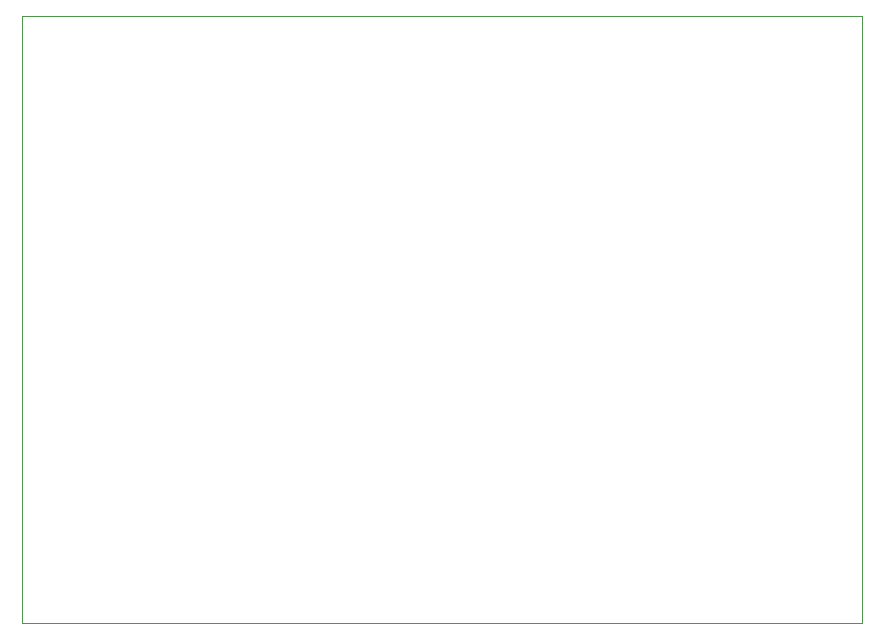
<source format=gbr>
%TF.GenerationSoftware,KiCad,Pcbnew,5.0.2-bee76a0~70~ubuntu18.04.1*%
%TF.CreationDate,2020-11-23T14:52:47+01:00*%
%TF.ProjectId,Carte_L298,43617274-655f-44c3-9239-382e6b696361,rev?*%
%TF.SameCoordinates,Original*%
%TF.FileFunction,Profile,NP*%
%FSLAX46Y46*%
G04 Gerber Fmt 4.6, Leading zero omitted, Abs format (unit mm)*
G04 Created by KiCad (PCBNEW 5.0.2-bee76a0~70~ubuntu18.04.1) date lun. 23 nov. 2020 14:52:47 CET*
%MOMM*%
%LPD*%
G01*
G04 APERTURE LIST*
%ADD10C,0.100000*%
G04 APERTURE END LIST*
D10*
X133985000Y-104775000D02*
X133985000Y-53340000D01*
X133985000Y-104775000D02*
X62865000Y-104775000D01*
X62865000Y-104775000D02*
X62865000Y-53340000D01*
X62865000Y-53340000D02*
X133985000Y-53340000D01*
M02*

</source>
